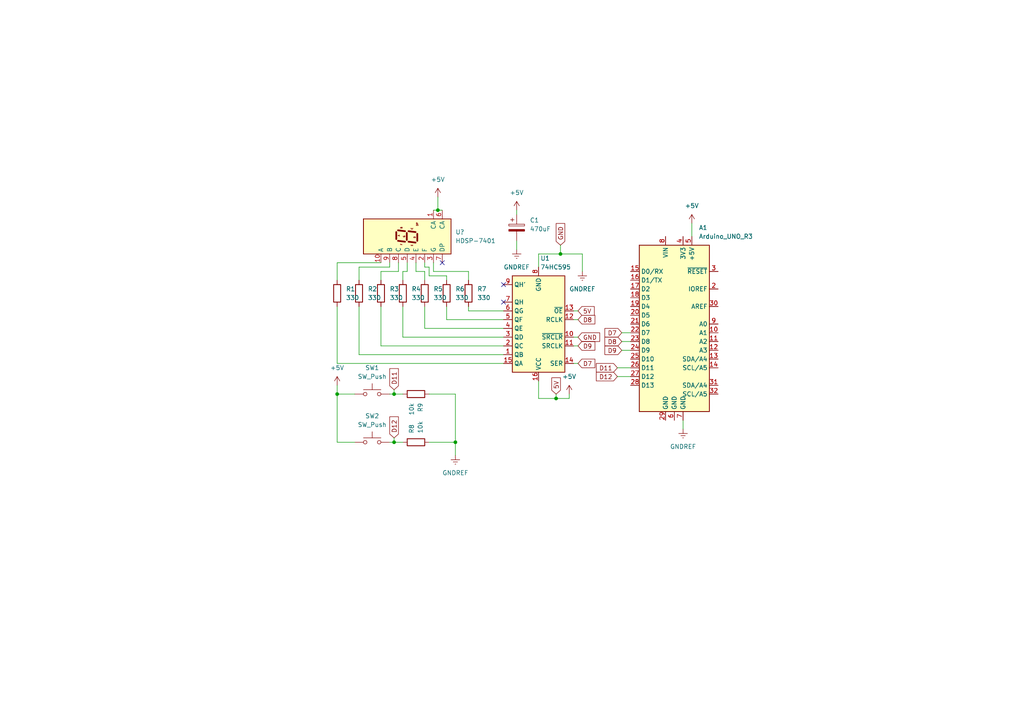
<source format=kicad_sch>
(kicad_sch (version 20211123) (generator eeschema)
  (paper "A4")
  (lib_symbols
    (symbol "74xx:74HC595"
      (property "Reference" "U" (at -7.62 13.97 0))
      (property "Value" "74HC595" (at -7.62 -16.51 0))
      (symbol "74HC595_1_0"
        (pin tri_state line (at 10.16 7.62 180) (length 2.54) (name "QB") (number "1"))
        (pin input line (at -10.16 2.54 0) (length 2.54) (name "~{SRCLR}") (number "10"))
        (pin input line (at -10.16 5.08 0) (length 2.54) (name "SRCLK") (number "11"))
        (pin input line (at -10.16 -2.54 0) (length 2.54) (name "RCLK") (number "12"))
        (pin input line (at -10.16 -5.08 0) (length 2.54) (name "~{OE}") (number "13"))
        (pin input line (at -10.16 10.16 0) (length 2.54) (name "SER") (number "14"))
        (pin tri_state line (at 10.16 10.16 180) (length 2.54) (name "QA") (number "15"))
        (pin power_in line (at 0 15.24 270) (length 2.54) (name "VCC") (number "16"))
        (pin tri_state line (at 10.16 5.08 180) (length 2.54) (name "QC") (number "2"))
        (pin tri_state line (at 10.16 2.54 180) (length 2.54) (name "QD") (number "3"))
        (pin tri_state line (at 10.16 0 180) (length 2.54) (name "QE") (number "4"))
        (pin tri_state line (at 10.16 -2.54 180) (length 2.54) (name "QF") (number "5"))
        (pin tri_state line (at 10.16 -5.08 180) (length 2.54) (name "QG") (number "6"))
        (pin tri_state line (at 10.16 -7.62 180) (length 2.54) (name "QH") (number "7"))
        (pin power_in line (at 0 -17.78 90) (length 2.54) (name "GND") (number "8"))
        (pin output line (at 10.16 -12.7 180) (length 2.54) (name "QH'") (number "9"))
      )
      (symbol "74HC595_1_1"
        (rectangle (start -7.62 12.7) (end 7.62 -15.24) (stroke (width 0.254)) (fill (type background)))
      )
    )
    (symbol "Device:C_Polarized" (pin_numbers hide) (pin_names (offset 0.254))
      (property "Reference" "C" (at 0.635 2.54 0))
      (property "Value" "C_Polarized" (at 0.635 -2.54 0))
      (symbol "C_Polarized_0_1"
        (rectangle (start -2.286 0.508) (end 2.286 1.016))
        (polyline (pts (xy -1.778 2.286) (xy -0.762 2.286)))
        (polyline (pts (xy -1.27 2.794) (xy -1.27 1.778)))
        (rectangle (start 2.286 -0.508) (end -2.286 -1.016) (fill (type outline)))
      )
      (symbol "C_Polarized_1_1"
        (pin passive line (at 0 3.81 270) (length 2.794) (name "~") (number "1"))
        (pin passive line (at 0 -3.81 90) (length 2.794) (name "~") (number "2"))
      )
    )
    (symbol "Device:R" (pin_numbers hide) (pin_names (offset 0))
      (property "Reference" "R" (at 2.032 0 90))
      (property "Value" "R" (at 0 0 90))
      (symbol "R_0_1"
        (rectangle (start -1.016 -2.54) (end 1.016 2.54) (stroke (width 0.254)))
      )
      (symbol "R_1_1"
        (pin passive line (at 0 3.81 270) (length 1.27) (name "~") (number "1"))
        (pin passive line (at 0 -3.81 90) (length 1.27) (name "~") (number "2"))
      )
    )
    (symbol "Display_Character:HDSP-7401"
      (property "Reference" "U" (at -3.81 13.97 0))
      (property "Value" "HDSP-7401" (at 6.35 13.97 0))
      (symbol "HDSP-7401_1_0"
        (text "A" (at 0.254 2.413 0) (effects (font (size 0.508 0.508))))
        (text "B" (at 2.54 1.651 0) (effects (font (size 0.508 0.508))))
        (text "C" (at 2.286 -1.397 0) (effects (font (size 0.508 0.508))))
        (text "D" (at -0.254 -2.159 0) (effects (font (size 0.508 0.508))))
        (text "DP" (at 3.556 -2.921 0) (effects (font (size 0.508 0.508))))
        (text "E" (at -2.54 -1.397 0) (effects (font (size 0.508 0.508))))
        (text "F" (at -2.286 1.651 0) (effects (font (size 0.508 0.508))))
        (text "G" (at 0 0.889 0) (effects (font (size 0.508 0.508))))
      )
      (symbol "HDSP-7401_1_1"
        (rectangle (start -5.08 12.7) (end 5.08 -12.7) (stroke (width 0.254)) (fill (type background)))
        (polyline (pts (xy -1.524 -0.381) (xy -1.778 -2.413)) (stroke (width 0.508)))
        (polyline (pts (xy -1.27 -2.921) (xy 0.762 -2.921)) (stroke (width 0.508)))
        (polyline (pts (xy -1.27 2.667) (xy -1.524 0.635)) (stroke (width 0.508)))
        (polyline (pts (xy -1.016 0.127) (xy 1.016 0.127)) (stroke (width 0.508)))
        (polyline (pts (xy -0.762 3.175) (xy 1.27 3.175)) (stroke (width 0.508)))
        (polyline (pts (xy 1.524 -0.381) (xy 1.27 -2.413)) (stroke (width 0.508)))
        (polyline (pts (xy 1.778 2.667) (xy 1.524 0.635)) (stroke (width 0.508)))
        (polyline (pts (xy 2.54 -2.921) (xy 2.54 -2.921)) (stroke (width 0.508)))
        (pin input line (at 7.62 -7.62 180) (length 2.54) (name "CA") (number "1"))
        (pin input line (at -7.62 7.62 0) (length 2.54) (name "A") (number "10"))
        (pin input line (at -7.62 -5.08 0) (length 2.54) (name "F") (number "2"))
        (pin input line (at -7.62 -7.62 0) (length 2.54) (name "G") (number "3"))
        (pin input line (at -7.62 -2.54 0) (length 2.54) (name "E") (number "4"))
        (pin input line (at -7.62 0 0) (length 2.54) (name "D") (number "5"))
        (pin input line (at 7.62 -10.16 180) (length 2.54) (name "CA") (number "6"))
        (pin input line (at -7.62 -10.16 0) (length 2.54) (name "DP") (number "7"))
        (pin input line (at -7.62 2.54 0) (length 2.54) (name "C") (number "8"))
        (pin input line (at -7.62 5.08 0) (length 2.54) (name "B") (number "9"))
      )
    )
    (symbol "MCU_Module:Arduino_UNO_R3"
      (property "Reference" "A" (at -10.16 23.495 0))
      (property "Value" "Arduino_UNO_R3" (at 5.08 -26.67 0))
      (symbol "Arduino_UNO_R3_0_1"
        (rectangle (start -10.16 22.86) (end 10.16 -25.4) (stroke (width 0.254)) (fill (type background)))
      )
      (symbol "Arduino_UNO_R3_1_1"
        (pin no_connect line (at -10.16 -20.32 0) (length 2.54) hide (name "NC") (number "1"))
        (pin bidirectional line (at 12.7 -2.54 180) (length 2.54) (name "A1") (number "10"))
        (pin bidirectional line (at 12.7 -5.08 180) (length 2.54) (name "A2") (number "11"))
        (pin bidirectional line (at 12.7 -7.62 180) (length 2.54) (name "A3") (number "12"))
        (pin bidirectional line (at 12.7 -10.16 180) (length 2.54) (name "SDA/A4") (number "13"))
        (pin bidirectional line (at 12.7 -12.7 180) (length 2.54) (name "SCL/A5") (number "14"))
        (pin bidirectional line (at -12.7 15.24 0) (length 2.54) (name "D0/RX") (number "15"))
        (pin bidirectional line (at -12.7 12.7 0) (length 2.54) (name "D1/TX") (number "16"))
        (pin bidirectional line (at -12.7 10.16 0) (length 2.54) (name "D2") (number "17"))
        (pin bidirectional line (at -12.7 7.62 0) (length 2.54) (name "D3") (number "18"))
        (pin bidirectional line (at -12.7 5.08 0) (length 2.54) (name "D4") (number "19"))
        (pin output line (at 12.7 10.16 180) (length 2.54) (name "IOREF") (number "2"))
        (pin bidirectional line (at -12.7 2.54 0) (length 2.54) (name "D5") (number "20"))
        (pin bidirectional line (at -12.7 0 0) (length 2.54) (name "D6") (number "21"))
        (pin bidirectional line (at -12.7 -2.54 0) (length 2.54) (name "D7") (number "22"))
        (pin bidirectional line (at -12.7 -5.08 0) (length 2.54) (name "D8") (number "23"))
        (pin bidirectional line (at -12.7 -7.62 0) (length 2.54) (name "D9") (number "24"))
        (pin bidirectional line (at -12.7 -10.16 0) (length 2.54) (name "D10") (number "25"))
        (pin bidirectional line (at -12.7 -12.7 0) (length 2.54) (name "D11") (number "26"))
        (pin bidirectional line (at -12.7 -15.24 0) (length 2.54) (name "D12") (number "27"))
        (pin bidirectional line (at -12.7 -17.78 0) (length 2.54) (name "D13") (number "28"))
        (pin power_in line (at -2.54 -27.94 90) (length 2.54) (name "GND") (number "29"))
        (pin input line (at 12.7 15.24 180) (length 2.54) (name "~{RESET}") (number "3"))
        (pin input line (at 12.7 5.08 180) (length 2.54) (name "AREF") (number "30"))
        (pin bidirectional line (at 12.7 -17.78 180) (length 2.54) (name "SDA/A4") (number "31"))
        (pin bidirectional line (at 12.7 -20.32 180) (length 2.54) (name "SCL/A5") (number "32"))
        (pin power_out line (at 2.54 25.4 270) (length 2.54) (name "3V3") (number "4"))
        (pin power_out line (at 5.08 25.4 270) (length 2.54) (name "+5V") (number "5"))
        (pin power_in line (at 0 -27.94 90) (length 2.54) (name "GND") (number "6"))
        (pin power_in line (at 2.54 -27.94 90) (length 2.54) (name "GND") (number "7"))
        (pin power_in line (at -2.54 25.4 270) (length 2.54) (name "VIN") (number "8"))
        (pin bidirectional line (at 12.7 0 180) (length 2.54) (name "A0") (number "9"))
      )
    )
    (symbol "Switch:SW_Push" (pin_numbers hide) (pin_names (offset 1.016) hide)
      (property "Reference" "SW" (at 1.27 2.54 0))
      (property "Value" "SW_Push" (at 0 -1.524 0))
      (symbol "SW_Push_0_1"
        (circle (center -2.032 0) (radius 0.508))
        (polyline (pts (xy 0 1.27) (xy 0 3.048)))
        (polyline (pts (xy 2.54 1.27) (xy -2.54 1.27)))
        (circle (center 2.032 0) (radius 0.508))
        (pin passive line (at -5.08 0 0) (length 2.54) (name "1") (number "1"))
        (pin passive line (at 5.08 0 180) (length 2.54) (name "2") (number "2"))
      )
    )
    (symbol "power:+5V" (power) (pin_names (offset 0))
      (property "Value" "+5V" (at 0 3.556 0))
      (symbol "+5V_0_1"
        (polyline (pts (xy -0.762 1.27) (xy 0 2.54)))
        (polyline (pts (xy 0 0) (xy 0 2.54)))
        (polyline (pts (xy 0 2.54) (xy 0.762 1.27)))
      )
      (symbol "+5V_1_1"
        (pin power_in line (at 0 0 90) (length 0) hide (name "+5V") (number "1"))
      )
    )
    (symbol "power:GNDREF" (power) (pin_names (offset 0))
      (property "Value" "GNDREF" (at 0 -3.81 0))
      (symbol "GNDREF_0_1"
        (polyline (pts (xy -0.635 -1.905) (xy 0.635 -1.905)))
        (polyline (pts (xy -0.127 -2.54) (xy 0.127 -2.54)))
        (polyline (pts (xy 0 -1.27) (xy 0 0)))
        (polyline (pts (xy 1.27 -1.27) (xy -1.27 -1.27)))
      )
      (symbol "GNDREF_1_1"
        (pin power_in line (at 0 0 270) (length 0) hide (name "GNDREF") (number "1"))
      )
    )
  )
  (junction (at 114.3 114.3))
  (junction (at 127 60.96))
  (junction (at 161.29 115.57))
  (junction (at 132.08 128.27))
  (junction (at 97.79 114.3))
  (junction (at 114.3 128.27))
  (junction (at 162.56 73.66))
  (no_connect (at 128.27 76.2))
  (no_connect (at 146.05 87.63))
  (no_connect (at 146.05 82.55))
  (wire (pts (xy 146.05 105.41) (xy 97.79 105.41)))
  (wire (pts (xy 124.46 77.47) (xy 123.19 77.47)))
  (wire (pts (xy 124.46 80.01) (xy 124.46 77.47)))
  (wire (pts (xy 129.54 80.01) (xy 124.46 80.01)))
  (wire (pts (xy 97.79 81.28) (xy 97.79 76.2)))
  (wire (pts (xy 116.84 81.28) (xy 116.84 78.74)))
  (wire (pts (xy 123.19 81.28) (xy 123.19 78.74)))
  (wire (pts (xy 114.3 113.03) (xy 114.3 114.3)))
  (wire (pts (xy 146.05 92.71) (xy 129.54 92.71)))
  (wire (pts (xy 110.49 78.74) (xy 115.57 78.74)))
  (wire (pts (xy 97.79 114.3) (xy 102.87 114.3)))
  (wire (pts (xy 116.84 78.74) (xy 118.11 78.74)))
  (wire (pts (xy 114.3 128.27) (xy 116.84 128.27)))
  (wire (pts (xy 156.21 110.49) (xy 156.21 115.57)))
  (wire (pts (xy 104.14 81.28) (xy 104.14 77.47)))
  (wire (pts (xy 180.34 101.6) (xy 182.88 101.6)))
  (wire (pts (xy 104.14 88.9) (xy 104.14 102.87)))
  (wire (pts (xy 149.86 69.85) (xy 149.86 72.39)))
  (wire (pts (xy 165.1 115.57) (xy 165.1 114.3)))
  (wire (pts (xy 124.46 128.27) (xy 132.08 128.27)))
  (wire (pts (xy 132.08 114.3) (xy 132.08 128.27)))
  (wire (pts (xy 161.29 114.3) (xy 161.29 115.57)))
  (wire (pts (xy 124.46 114.3) (xy 132.08 114.3)))
  (wire (pts (xy 198.12 121.92) (xy 198.12 124.46)))
  (wire (pts (xy 123.19 88.9) (xy 123.19 95.25)))
  (wire (pts (xy 120.65 78.74) (xy 120.65 76.2)))
  (wire (pts (xy 113.03 114.3) (xy 114.3 114.3)))
  (wire (pts (xy 168.91 73.66) (xy 168.91 78.74)))
  (wire (pts (xy 180.34 99.06) (xy 182.88 99.06)))
  (wire (pts (xy 132.08 128.27) (xy 132.08 132.08)))
  (wire (pts (xy 125.73 76.2) (xy 125.73 78.74)))
  (wire (pts (xy 115.57 76.2) (xy 115.57 78.74)))
  (wire (pts (xy 123.19 77.47) (xy 123.19 76.2)))
  (wire (pts (xy 156.21 115.57) (xy 161.29 115.57)))
  (wire (pts (xy 162.56 71.12) (xy 162.56 73.66)))
  (wire (pts (xy 146.05 100.33) (xy 110.49 100.33)))
  (wire (pts (xy 146.05 97.79) (xy 116.84 97.79)))
  (wire (pts (xy 97.79 76.2) (xy 110.49 76.2)))
  (wire (pts (xy 166.37 92.71) (xy 167.64 92.71)))
  (wire (pts (xy 127 60.96) (xy 128.27 60.96)))
  (wire (pts (xy 156.21 73.66) (xy 162.56 73.66)))
  (wire (pts (xy 166.37 105.41) (xy 167.64 105.41)))
  (wire (pts (xy 129.54 81.28) (xy 129.54 80.01)))
  (wire (pts (xy 97.79 114.3) (xy 97.79 128.27)))
  (wire (pts (xy 166.37 97.79) (xy 167.64 97.79)))
  (wire (pts (xy 179.07 106.68) (xy 182.88 106.68)))
  (wire (pts (xy 135.89 88.9) (xy 135.89 90.17)))
  (wire (pts (xy 110.49 81.28) (xy 110.49 78.74)))
  (wire (pts (xy 162.56 73.66) (xy 168.91 73.66)))
  (wire (pts (xy 127 57.15) (xy 127 60.96)))
  (wire (pts (xy 180.34 96.52) (xy 182.88 96.52)))
  (wire (pts (xy 125.73 78.74) (xy 135.89 78.74)))
  (wire (pts (xy 135.89 78.74) (xy 135.89 81.28)))
  (wire (pts (xy 114.3 127) (xy 114.3 128.27)))
  (wire (pts (xy 97.79 111.76) (xy 97.79 114.3)))
  (wire (pts (xy 146.05 95.25) (xy 123.19 95.25)))
  (wire (pts (xy 129.54 88.9) (xy 129.54 92.71)))
  (wire (pts (xy 118.11 76.2) (xy 118.11 78.74)))
  (wire (pts (xy 113.03 76.2) (xy 113.03 77.47)))
  (wire (pts (xy 125.73 60.96) (xy 127 60.96)))
  (wire (pts (xy 200.66 64.77) (xy 200.66 68.58)))
  (wire (pts (xy 113.03 128.27) (xy 114.3 128.27)))
  (wire (pts (xy 161.29 115.57) (xy 165.1 115.57)))
  (wire (pts (xy 166.37 90.17) (xy 167.64 90.17)))
  (wire (pts (xy 116.84 97.79) (xy 116.84 88.9)))
  (wire (pts (xy 114.3 114.3) (xy 116.84 114.3)))
  (wire (pts (xy 149.86 60.96) (xy 149.86 62.23)))
  (wire (pts (xy 123.19 78.74) (xy 120.65 78.74)))
  (wire (pts (xy 104.14 77.47) (xy 113.03 77.47)))
  (wire (pts (xy 110.49 88.9) (xy 110.49 100.33)))
  (wire (pts (xy 146.05 90.17) (xy 135.89 90.17)))
  (wire (pts (xy 156.21 77.47) (xy 156.21 73.66)))
  (wire (pts (xy 166.37 100.33) (xy 167.64 100.33)))
  (wire (pts (xy 97.79 105.41) (xy 97.79 88.9)))
  (wire (pts (xy 179.07 109.22) (xy 182.88 109.22)))
  (wire (pts (xy 97.79 128.27) (xy 102.87 128.27)))
  (wire (pts (xy 146.05 102.87) (xy 104.14 102.87)))
  (global_label "D9" (shape input) (at 167.64 100.33 0) (property "Referencias entre hojas" "${INTERSHEET_REFS}" (effects hide)))
  (global_label "D8" (shape input) (at 180.34 99.06 180) (property "Referencias entre hojas" "${INTERSHEET_REFS}" (effects hide)))
  (global_label "D12" (shape input) (at 114.3 127 90) (property "Referencias entre hojas" "${INTERSHEET_REFS}" (effects hide)))
  (global_label "5V" (shape input) (at 161.29 114.3 90) (property "Referencias entre hojas" "${INTERSHEET_REFS}" (effects hide)))
  (global_label "D7" (shape input) (at 180.34 96.52 180) (property "Referencias entre hojas" "${INTERSHEET_REFS}" (effects hide)))
  (global_label "GND" (shape input) (at 162.56 71.12 90) (property "Referencias entre hojas" "${INTERSHEET_REFS}" (effects hide)))
  (global_label "D11" (shape input) (at 114.3 113.03 90) (property "Referencias entre hojas" "${INTERSHEET_REFS}" (effects hide)))
  (global_label "5V" (shape input) (at 167.64 90.17 0) (property "Referencias entre hojas" "${INTERSHEET_REFS}" (effects hide)))
  (global_label "D9" (shape input) (at 180.34 101.6 180) (property "Referencias entre hojas" "${INTERSHEET_REFS}" (effects hide)))
  (global_label "D11" (shape input) (at 179.07 106.68 180) (property "Referencias entre hojas" "${INTERSHEET_REFS}" (effects hide)))
  (global_label "D7" (shape input) (at 167.64 105.41 0) (property "Referencias entre hojas" "${INTERSHEET_REFS}" (effects hide)))
  (global_label "D8" (shape input) (at 167.64 92.71 0) (property "Referencias entre hojas" "${INTERSHEET_REFS}" (effects hide)))
  (global_label "GND" (shape input) (at 167.64 97.79 0) (property "Referencias entre hojas" "${INTERSHEET_REFS}" (effects hide)))
  (global_label "D12" (shape input) (at 179.07 109.22 180) (property "Referencias entre hojas" "${INTERSHEET_REFS}" (effects hide)))
  (symbol (lib_id "power:GNDREF") (at 168.91 78.74 0) (unit 1)
    (property "Reference" "#PWR?" (effects hide))
    (property "Value" "GNDREF" (at 168.91 83.82 0))
  )
  (symbol (lib_id "power:GNDREF") (at 149.86 72.39 0) (unit 1)
    (property "Reference" "#PWR?" (effects hide))
    (property "Value" "GNDREF" (at 149.86 77.47 0))
  )
  (symbol (lib_id "power:+5V") (at 149.86 60.96 0) (unit 1)
    (property "Reference" "#PWR?" (effects hide))
    (property "Value" "+5V" (at 149.86 55.88 0))
  )
  (symbol (lib_id "Device:R") (at 110.49 85.09 180) (unit 1)
    (property "Reference" "R3" (at 113.03 83.8199 0) (effects (justify right)))
    (property "Value" "330" (at 113.03 86.3599 0) (effects (justify right)))
  )
  (symbol (lib_id "Device:R") (at 116.84 85.09 180) (unit 1)
    (property "Reference" "R4" (at 119.38 83.8199 0) (effects (justify right)))
    (property "Value" "330" (at 119.38 86.3599 0) (effects (justify right)))
  )
  (symbol (lib_id "Device:R") (at 120.65 114.3 270) (unit 1)
    (property "Reference" "R9" (at 121.9201 116.84 0) (effects (justify left)))
    (property "Value" "10k" (at 119.38 116.84 0) (effects (justify left)))
  )
  (symbol (lib_id "power:+5V") (at 200.66 64.77 0) (unit 1)
    (property "Reference" "#PWR?" (effects hide))
    (property "Value" "+5V" (at 200.66 59.69 0))
  )
  (symbol (lib_id "power:+5V") (at 97.79 111.76 0) (unit 1)
    (property "Reference" "#PWR?" (effects hide))
    (property "Value" "+5V" (at 97.79 106.68 0))
  )
  (symbol (lib_id "Device:C_Polarized") (at 149.86 66.04 0) (unit 1)
    (property "Reference" "C1" (at 153.67 63.8809 0) (effects (justify left)))
    (property "Value" "470uF" (at 153.67 66.4209 0) (effects (justify left)))
  )
  (symbol (lib_id "power:+5V") (at 165.1 114.3 0) (unit 1)
    (property "Reference" "#PWR?" (effects hide))
    (property "Value" "+5V" (at 165.1 109.22 0))
  )
  (symbol (lib_id "power:GNDREF") (at 198.12 124.46 0) (unit 1)
    (property "Reference" "#PWR?" (effects hide))
    (property "Value" "GNDREF" (at 198.12 129.54 0))
  )
  (symbol (lib_id "Switch:SW_Push") (at 107.95 114.3 0) (unit 1)
    (property "Reference" "SW1" (at 107.95 106.68 0))
    (property "Value" "SW_Push" (at 107.95 109.22 0))
  )
  (symbol (lib_id "Display_Character:HDSP-7401") (at 118.11 68.58 90) (unit 1)
    (property "Reference" "U?" (at 132.08 67.3099 90) (effects (justify right)))
    (property "Value" "HDSP-7401" (at 132.08 69.8499 90) (effects (justify right)))
    (property "Footprint" "Display_7Segment:HDSP-7401" (effects hide))
    (property "Datasheet" "https://docs.broadcom.com/docs/AV02-2553EN" (effects hide))
  )
  (symbol (lib_id "Device:R") (at 120.65 128.27 90) (unit 1)
    (property "Reference" "R8" (at 119.3799 125.73 0) (effects (justify left)))
    (property "Value" "10k" (at 121.92 125.73 0) (effects (justify left)))
  )
  (symbol (lib_id "Device:R") (at 135.89 85.09 0) (unit 1)
    (property "Reference" "R7" (at 138.43 83.8199 0) (effects (justify left)))
    (property "Value" "330" (at 138.43 86.3599 0) (effects (justify left)))
  )
  (symbol (lib_id "Device:R") (at 104.14 85.09 180) (unit 1)
    (property "Reference" "R2" (at 106.68 83.8199 0) (effects (justify right)))
    (property "Value" "330" (at 106.68 86.3599 0) (effects (justify right)))
  )
  (symbol (lib_id "Device:R") (at 129.54 85.09 180) (unit 1)
    (property "Reference" "R6" (at 132.08 83.8199 0) (effects (justify right)))
    (property "Value" "330" (at 132.08 86.3599 0) (effects (justify right)))
  )
  (symbol (lib_id "MCU_Module:Arduino_UNO_R3") (at 195.58 93.98 0) (unit 1)
    (property "Reference" "A1" (at 202.6794 66.04 0) (effects (justify left)))
    (property "Value" "Arduino_UNO_R3" (at 202.6794 68.58 0) (effects (justify left)))
    (property "Footprint" "Module:Arduino_UNO_R3" (effects hide))
    (property "Datasheet" "https://www.arduino.cc/en/Main/arduinoBoardUno" (effects hide))
  )
  (symbol (lib_id "power:+5V") (at 127 57.15 0) (unit 1)
    (property "Reference" "#PWR?" (effects hide))
    (property "Value" "+5V" (at 127 52.07 0))
  )
  (symbol (lib_id "Switch:SW_Push") (at 107.95 128.27 0) (unit 1)
    (property "Reference" "SW2" (at 107.95 120.65 0))
    (property "Value" "SW_Push" (at 107.95 123.19 0))
  )
  (symbol (lib_id "74xx:74HC595") (at 156.21 95.25 180) (unit 1)
    (property "Reference" "U1" (at 156.7306 74.93 0) (effects (justify right)))
    (property "Value" "74HC595" (at 156.7306 77.47 0) (effects (justify right)))
    (property "Datasheet" "http://www.ti.com/lit/ds/symlink/sn74hc595.pdf" (effects hide))
  )
  (symbol (lib_id "power:GNDREF") (at 132.08 132.08 0) (unit 1)
    (property "Reference" "#PWR?" (effects hide))
    (property "Value" "GNDREF" (at 132.08 137.16 0))
  )
  (symbol (lib_id "Device:R") (at 123.19 85.09 180) (unit 1)
    (property "Reference" "R5" (at 125.73 83.8199 0) (effects (justify right)))
    (property "Value" "330" (at 125.73 86.3599 0) (effects (justify right)))
  )
  (symbol (lib_id "Device:R") (at 97.79 85.09 0) (unit 1)
    (property "Reference" "R1" (at 100.33 83.8199 0) (effects (justify left)))
    (property "Value" "330" (at 100.33 86.36 0) (effects (justify left)))
  )
)
</source>
